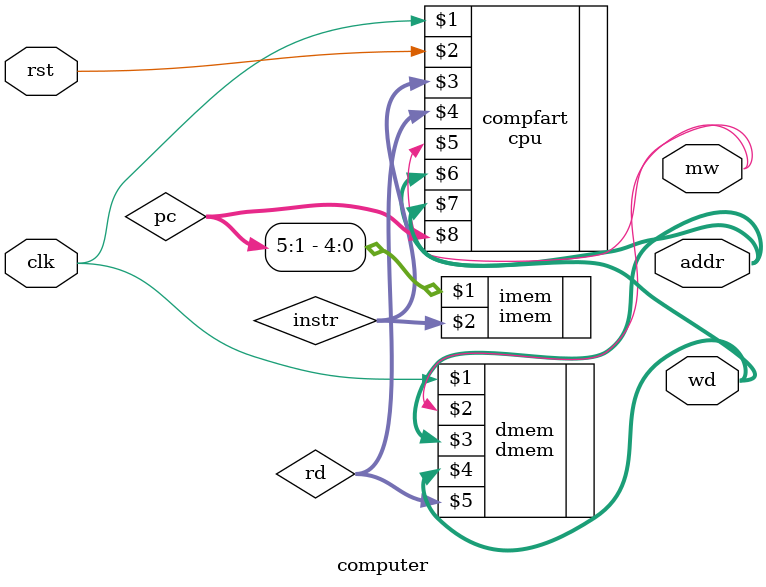
<source format=sv>
 `ifndef COMPUTER
`define COMPUTER
`timescale 1ns/100ps

`include "../cpu/cpu.sv"
`include "../imem/imem.sv"
`include "../dmem/dmem.sv"

module computer (
    input logic clk, rst,
    output logic [15:0] wd, addr,
    output logic mw
    );

    logic [15:0] instr, rd, pc;

    cpu compfart(
        clk,
        rst,
        instr,
        rd,
        mw,
        addr,
        wd,
        pc
    );


    imem imem(
        pc[5:1],
        instr
    );

    dmem dmem(
        clk,
        mw,
        addr,
        wd,
        rd
    );

endmodule

`endif // COMPUTER
</source>
